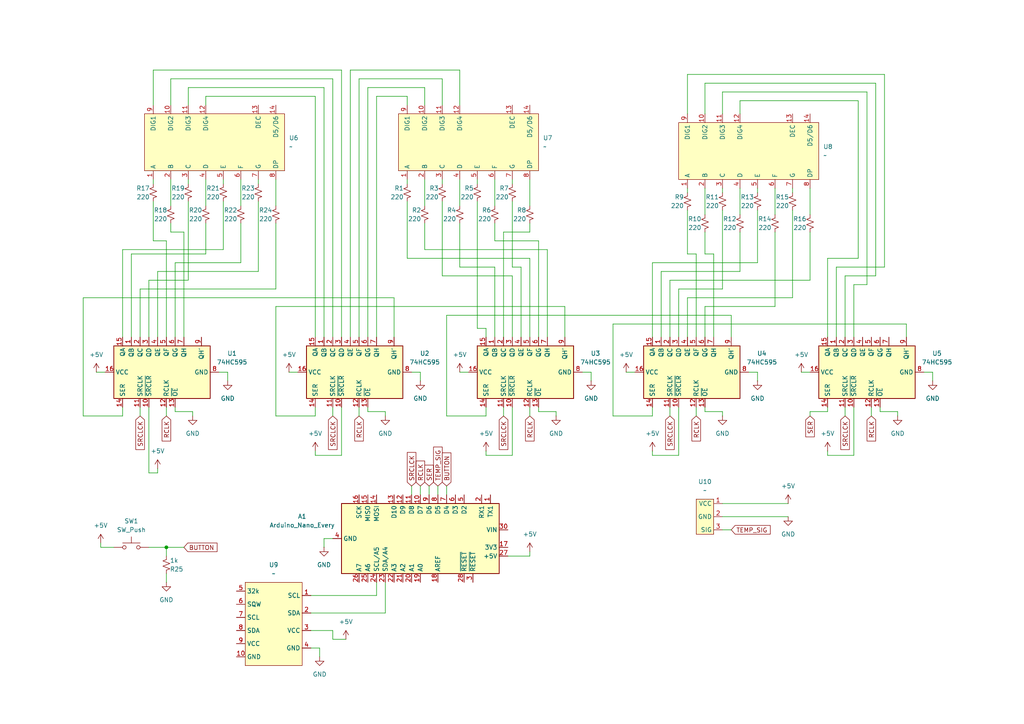
<source format=kicad_sch>
(kicad_sch (version 20250114) (generator "eeschema") (generator_version "9.0")
  (paper "A4")
  (title_block (title "Shift Register Clock + Temp Sensor") (date "2026-01-31") (rev "1") (company "Matt Schneider"))
  (lib_symbols
    (symbol "74xx:74HC595"
      (property "Reference" "U" (at -7.62 13.97 0))
      (property "Value" "74HC595" (at -7.62 -16.51 0))
      (symbol "74HC595_1_0"
        (pin input line (at -10.16 10.16 0) (length 2.54) (name "SER") (number "14"))
        (pin input line (at -10.16 5.08 0) (length 2.54) (name "SRCLK") (number "11"))
        (pin input line (at -10.16 2.54 0) (length 2.54) (name "~{SRCLR}") (number "10"))
        (pin input line (at -10.16 -2.54 0) (length 2.54) (name "RCLK") (number "12"))
        (pin input line (at -10.16 -5.08 0) (length 2.54) (name "~{OE}") (number "13"))
        (pin power_in line (at 0 15.24 270) (length 2.54) (name "VCC") (number "16"))
        (pin power_in line (at 0 -17.78 90) (length 2.54) (name "GND") (number "8"))
        (pin tri_state line (at 10.16 10.16 180) (length 2.54) (name "QA") (number "15"))
        (pin tri_state line (at 10.16 7.62 180) (length 2.54) (name "QB") (number "1"))
        (pin tri_state line (at 10.16 5.08 180) (length 2.54) (name "QC") (number "2"))
        (pin tri_state line (at 10.16 2.54 180) (length 2.54) (name "QD") (number "3"))
        (pin tri_state line (at 10.16 0 180) (length 2.54) (name "QE") (number "4"))
        (pin tri_state line (at 10.16 -2.54 180) (length 2.54) (name "QF") (number "5"))
        (pin tri_state line (at 10.16 -5.08 180) (length 2.54) (name "QG") (number "6"))
        (pin tri_state line (at 10.16 -7.62 180) (length 2.54) (name "QH") (number "7"))
        (pin output line (at 10.16 -12.7 180) (length 2.54) (name "QH'") (number "9"))
      )
      (symbol "74HC595_1_1"
        (rectangle (start -7.62 12.7) (end 7.62 -15.24) (stroke (width 0.254)) (fill (type background)))
      )
    )
    (symbol "Device:R_Small_US" (pin_numbers (hide yes)) (pin_names (offset 0.254) (hide yes))
      (property "Reference" "R" (at 0.762 0.508 0))
      (property "Value" "R_Small_US" (at 0.762 -1.016 0))
      (symbol "R_Small_US_1_1"
        (polyline (pts (xy 0 1.524) (xy 1.016 1.143) (xy 0 0.762) (xy -1.016 0.381) (xy 0 0)))
        (polyline (pts (xy 0 0) (xy 1.016 -0.381) (xy 0 -0.762) (xy -1.016 -1.143) (xy 0 -1.524)))
        (pin passive line (at 0 2.54 270) (length 1.016) (name "~") (number "1"))
        (pin passive line (at 0 -2.54 90) (length 1.016) (name "~") (number "2"))
      )
    )
    (symbol "MCU_Module:Arduino_Nano_Every"
      (property "Reference" "A" (at -10.16 23.495 0))
      (property "Value" "Arduino_Nano_Every" (at 5.08 -24.13 0))
      (symbol "Arduino_Nano_Every_0_1"
        (rectangle (start -10.16 22.86) (end 10.16 -22.86) (stroke (width 0.254)) (fill (type background)))
      )
      (symbol "Arduino_Nano_Every_1_1"
        (pin bidirectional line (at -12.7 20.32 0) (length 2.54) (name "TX1") (number "1"))
        (pin bidirectional line (at -12.7 17.78 0) (length 2.54) (name "RX1") (number "2"))
        (pin bidirectional line (at -12.7 12.7 0) (length 2.54) (name "D2") (number "5"))
        (pin bidirectional line (at -12.7 10.16 0) (length 2.54) (name "D3") (number "6"))
        (pin bidirectional line (at -12.7 7.62 0) (length 2.54) (name "D4") (number "7"))
        (pin bidirectional line (at -12.7 5.08 0) (length 2.54) (name "D5") (number "8"))
        (pin bidirectional line (at -12.7 2.54 0) (length 2.54) (name "D6") (number "9"))
        (pin bidirectional line (at -12.7 0 0) (length 2.54) (name "D7") (number "10"))
        (pin bidirectional line (at -12.7 -2.54 0) (length 2.54) (name "D8") (number "11"))
        (pin bidirectional line (at -12.7 -5.08 0) (length 2.54) (name "D9") (number "12"))
        (pin bidirectional line (at -12.7 -7.62 0) (length 2.54) (name "D10") (number "13"))
        (pin bidirectional line (at -12.7 -12.7 0) (length 2.54) (name "MOSI") (number "14"))
        (pin bidirectional line (at -12.7 -15.24 0) (length 2.54) (name "MISO") (number "15"))
        (pin bidirectional line (at -12.7 -17.78 0) (length 2.54) (name "SCK") (number "16"))
        (pin power_in line (at -2.54 25.4 270) (length 2.54) (name "VIN") (number "30"))
        (pin passive line (at 0 -25.4 90) (length 2.54) (hide yes) (name "GND") (number "29"))
        (pin power_in line (at 0 -25.4 90) (length 2.54) (name "GND") (number "4"))
        (pin power_out line (at 2.54 25.4 270) (length 2.54) (name "3V3") (number "17"))
        (pin power_out line (at 5.08 25.4 270) (length 2.54) (name "+5V") (number "27"))
        (pin input line (at 12.7 15.24 180) (length 2.54) (name "~{RESET}") (number "3"))
        (pin input line (at 12.7 12.7 180) (length 2.54) (name "~{RESET}") (number "28"))
        (pin input line (at 12.7 5.08 180) (length 2.54) (name "AREF") (number "18"))
        (pin bidirectional line (at 12.7 0 180) (length 2.54) (name "A0") (number "19"))
        (pin bidirectional line (at 12.7 -2.54 180) (length 2.54) (name "A1") (number "20"))
        (pin bidirectional line (at 12.7 -5.08 180) (length 2.54) (name "A2") (number "21"))
        (pin bidirectional line (at 12.7 -7.62 180) (length 2.54) (name "A3") (number "22"))
        (pin bidirectional line (at 12.7 -10.16 180) (length 2.54) (name "SDA/A4") (number "23"))
        (pin bidirectional line (at 12.7 -12.7 180) (length 2.54) (name "SCL/A5") (number "24"))
        (pin bidirectional line (at 12.7 -15.24 180) (length 2.54) (name "A6") (number "25"))
        (pin bidirectional line (at 12.7 -17.78 180) (length 2.54) (name "A7") (number "26"))
      )
    )
    (symbol "Switch:SW_Push" (pin_numbers (hide yes)) (pin_names (offset 1.016) (hide yes))
      (property "Reference" "SW" (at 1.27 2.54 0))
      (property "Value" "SW_Push" (at 0 -1.524 0))
      (symbol "SW_Push_0_1"
        (circle (center -2.032 0) (radius 0.508))
        (polyline (pts (xy 0 1.27) (xy 0 3.048)))
        (circle (center 2.032 0) (radius 0.508))
        (polyline (pts (xy 2.54 1.27) (xy -2.54 1.27)))
        (pin passive line (at -5.08 0 0) (length 2.54) (name "1") (number "1"))
        (pin passive line (at 5.08 0 180) (length 2.54) (name "2") (number "2"))
      )
    )
    (symbol "power:+5V" (power) (pin_numbers (hide yes)) (pin_names (offset 0) (hide yes))
      (property "Value" "+5V" (at 0 3.556 0))
      (symbol "+5V_0_1"
        (polyline (pts (xy -0.762 1.27) (xy 0 2.54)))
        (polyline (pts (xy 0 2.54) (xy 0.762 1.27)))
        (polyline (pts (xy 0 0) (xy 0 2.54)))
      )
      (symbol "+5V_1_1"
        (pin power_in line (at 0 0 90) (length 0) (name "~") (number "1"))
      )
    )
    (symbol "power:GND" (power) (pin_numbers (hide yes)) (pin_names (offset 0) (hide yes))
      (property "Value" "GND" (at 0 -3.81 0))
      (symbol "GND_0_1"
        (polyline (pts (xy 0 0) (xy 0 -1.27) (xy 1.27 -1.27) (xy 0 -2.54) (xy -1.27 -1.27) (xy 0 -1.27)))
      )
      (symbol "GND_1_1"
        (pin power_in line (at 0 0 270) (length 0) (name "~") (number "1"))
      )
    )
    (symbol "shift_register_clock:1528-1513-ND"
      (property "Reference" "U" (at 0 1.524 0))
      (symbol "1528-1513-ND_1_1"
        (rectangle (start -7.62 0) (end 8.89 -40.64) (fill (type background)))
        (pin input line (at -10.16 -2.54 0) (length 2.54) (name "D5/D6") (number "14"))
        (pin input line (at -10.16 -7.62 0) (length 2.54) (name "DEC") (number "13"))
        (pin input line (at -10.16 -22.86 0) (length 2.54) (name "DIG4") (number "12"))
        (pin input line (at -10.16 -27.94 0) (length 2.54) (name "DIG3") (number "11"))
        (pin input line (at -10.16 -33.02 0) (length 2.54) (name "DIG2") (number "10"))
        (pin input line (at -10.16 -38.1 0) (length 2.54) (name "DIG1") (number "9"))
        (pin input line (at 11.43 -2.54 180) (length 2.54) (name "DP") (number "8"))
        (pin input line (at 11.43 -7.62 180) (length 2.54) (name "G") (number "7"))
        (pin input line (at 11.43 -12.7 180) (length 2.54) (name "F") (number "6"))
        (pin input line (at 11.43 -17.78 180) (length 2.54) (name "E") (number "5"))
        (pin input line (at 11.43 -22.86 180) (length 2.54) (name "D") (number "4"))
        (pin input line (at 11.43 -27.94 180) (length 2.54) (name "C") (number "3"))
        (pin input line (at 11.43 -33.02 180) (length 2.54) (name "B") (number "2"))
        (pin input line (at 11.43 -38.1 180) (length 2.54) (name "A") (number "1"))
      )
    )
    (symbol "shift_register_clock:RTC_MODULE"
      (property "Reference" "U" (at 0 2.54 0))
      (symbol "RTC_MODULE_1_1"
        (rectangle (start -7.62 0) (end 8.89 -24.13) (fill (type background)))
        (pin input line (at -10.16 -2.54 0) (length 2.54) (name "32k") (number "5"))
        (pin input line (at -10.16 -6.35 0) (length 2.54) (name "SQW") (number "6"))
        (pin input line (at -10.16 -10.16 0) (length 2.54) (name "SCL") (number "7"))
        (pin input line (at -10.16 -13.97 0) (length 2.54) (name "SDA") (number "8"))
        (pin input line (at -10.16 -17.78 0) (length 2.54) (name "VCC") (number "9"))
        (pin input line (at -10.16 -21.59 0) (length 2.54) (name "GND") (number "10"))
        (pin input line (at 11.43 -3.81 180) (length 2.54) (name "SCL") (number "1"))
        (pin input line (at 11.43 -8.89 180) (length 2.54) (name "SDA") (number "2"))
        (pin input line (at 11.43 -13.97 180) (length 2.54) (name "VCC") (number "3"))
        (pin input line (at 11.43 -19.05 180) (length 2.54) (name "GND") (number "4"))
      )
    )
    (symbol "shift_register_clock:TEMP_SENS"
      (property "Reference" "U" (at 0 1.27 0))
      (symbol "TEMP_SENS_1_1"
        (rectangle (start -2.54 0) (end 2.54 -10.16) (fill (type background)))
        (pin input line (at 5.08 -1.27 180) (length 2.54) (name "VCC") (number "1"))
        (pin input line (at 5.08 -5.08 180) (length 2.54) (name "GND") (number "2"))
        (pin input line (at 5.08 -8.89 180) (length 2.54) (name "SIG") (number "3"))
      )
    )
  )
  (junction (at 48.26 158.75))
  (wire (pts (xy 80.01 83.82) (xy 80.01 64.77)))
  (wire (pts (xy 248.92 74.93) (xy 248.92 29.21)))
  (wire (pts (xy 234.95 54.61) (xy 234.95 62.23)))
  (wire (pts (xy 104.14 97.79) (xy 104.14 22.86)))
  (wire (pts (xy 59.69 27.94) (xy 59.69 30.48)))
  (wire (pts (xy 118.11 52.07) (xy 118.11 53.34)))
  (wire (pts (xy 54.61 58.42) (xy 54.61 81.28)))
  (wire (pts (xy 181.61 107.95) (xy 184.15 107.95)))
  (wire (pts (xy 44.45 52.07) (xy 44.45 53.34)))
  (wire (pts (xy 199.39 21.59) (xy 256.54 21.59)))
  (wire (pts (xy 245.11 97.79) (xy 245.11 80.01)))
  (wire (pts (xy 69.85 52.07) (xy 69.85 59.69)))
  (wire (pts (xy 45.72 78.74) (xy 74.93 78.74)))
  (wire (pts (xy 96.52 182.88) (xy 96.52 185.42)))
  (wire (pts (xy 121.92 107.95) (xy 121.92 110.49)))
  (wire (pts (xy 204.47 97.79) (xy 204.47 88.9)))
  (wire (pts (xy 43.18 97.79) (xy 43.18 81.28)))
  (wire (pts (xy 106.68 25.4) (xy 123.19 25.4)))
  (wire (pts (xy 124.46 140.97) (xy 124.46 143.51)))
  (wire (pts (xy 48.26 69.85) (xy 44.45 69.85)))
  (wire (pts (xy 118.11 58.42) (xy 118.11 74.93)))
  (wire (pts (xy 161.29 119.38) (xy 161.29 120.65)))
  (wire (pts (xy 224.79 54.61) (xy 224.79 62.23)))
  (wire (pts (xy 251.46 26.67) (xy 251.46 82.55)))
  (wire (pts (xy 91.44 27.94) (xy 59.69 27.94)))
  (wire (pts (xy 255.27 119.38) (xy 260.35 119.38)))
  (wire (pts (xy 101.6 97.79) (xy 101.6 20.32)))
  (wire (pts (xy 49.53 52.07) (xy 49.53 59.69)))
  (wire (pts (xy 40.64 118.11) (xy 40.64 120.65)))
  (wire (pts (xy 50.8 97.79) (xy 50.8 76.2)))
  (wire (pts (xy 109.22 27.94) (xy 118.11 27.94)))
  (wire (pts (xy 255.27 118.11) (xy 255.27 119.38)))
  (wire (pts (xy 48.26 158.75) (xy 48.26 161.29)))
  (wire (pts (xy 153.67 67.31) (xy 146.05 67.31)))
  (wire (pts (xy 240.03 132.08) (xy 240.03 130.81)))
  (wire (pts (xy 80.01 88.9) (xy 80.01 120.65)))
  (wire (pts (xy 118.11 27.94) (xy 118.11 30.48)))
  (wire (pts (xy 196.85 118.11) (xy 196.85 132.08)))
  (wire (pts (xy 247.65 82.55) (xy 247.65 97.79)))
  (wire (pts (xy 90.17 187.96) (xy 92.71 187.96)))
  (wire (pts (xy 189.23 76.2) (xy 219.71 76.2)))
  (wire (pts (xy 128.27 52.07) (xy 128.27 53.34)))
  (wire (pts (xy 24.13 120.65) (xy 35.56 120.65)))
  (wire (pts (xy 59.69 52.07) (xy 59.69 59.69)))
  (wire (pts (xy 262.89 93.98) (xy 177.8 93.98)))
  (wire (pts (xy 204.47 118.11) (xy 204.47 119.38)))
  (wire (pts (xy 64.77 52.07) (xy 64.77 53.34)))
  (wire (pts (xy 35.56 97.79) (xy 35.56 72.39)))
  (wire (pts (xy 24.13 86.36) (xy 24.13 120.65)))
  (wire (pts (xy 106.68 118.11) (xy 106.68 119.38)))
  (wire (pts (xy 48.26 166.37) (xy 48.26 168.91)))
  (wire (pts (xy 245.11 118.11) (xy 245.11 120.65)))
  (wire (pts (xy 204.47 54.61) (xy 204.47 62.23)))
  (wire (pts (xy 209.55 54.61) (xy 209.55 55.88)))
  (wire (pts (xy 260.35 119.38) (xy 260.35 120.65)))
  (wire (pts (xy 262.89 97.79) (xy 262.89 93.98)))
  (wire (pts (xy 119.38 140.97) (xy 119.38 143.51)))
  (wire (pts (xy 44.45 20.32) (xy 44.45 30.48)))
  (wire (pts (xy 133.35 20.32) (xy 133.35 30.48)))
  (wire (pts (xy 133.35 107.95) (xy 135.89 107.95)))
  (wire (pts (xy 232.41 107.95) (xy 234.95 107.95)))
  (wire (pts (xy 74.93 78.74) (xy 74.93 58.42)))
  (wire (pts (xy 240.03 97.79) (xy 240.03 74.93)))
  (wire (pts (xy 83.82 107.95) (xy 86.36 107.95)))
  (wire (pts (xy 153.67 64.77) (xy 153.67 67.31)))
  (wire (pts (xy 50.8 118.11) (xy 50.8 119.38)))
  (wire (pts (xy 191.77 97.79) (xy 191.77 78.74)))
  (wire (pts (xy 153.67 52.07) (xy 153.67 59.69)))
  (wire (pts (xy 143.51 69.85) (xy 143.51 64.77)))
  (wire (pts (xy 234.95 119.38) (xy 234.95 120.65)))
  (wire (pts (xy 148.59 52.07) (xy 148.59 53.34)))
  (wire (pts (xy 111.76 119.38) (xy 111.76 120.65)))
  (wire (pts (xy 156.21 119.38) (xy 161.29 119.38)))
  (wire (pts (xy 96.52 97.79) (xy 96.52 22.86)))
  (wire (pts (xy 158.75 72.39) (xy 158.75 97.79)))
  (wire (pts (xy 256.54 21.59) (xy 256.54 77.47)))
  (wire (pts (xy 153.67 118.11) (xy 153.67 120.65)))
  (wire (pts (xy 80.01 120.65) (xy 91.44 120.65)))
  (wire (pts (xy 189.23 97.79) (xy 189.23 76.2)))
  (wire (pts (xy 54.61 52.07) (xy 54.61 53.34)))
  (wire (pts (xy 156.21 118.11) (xy 156.21 119.38)))
  (wire (pts (xy 234.95 81.28) (xy 234.95 67.31)))
  (wire (pts (xy 69.85 76.2) (xy 69.85 64.77)))
  (wire (pts (xy 229.87 86.36) (xy 229.87 60.96)))
  (wire (pts (xy 163.83 97.79) (xy 163.83 88.9)))
  (wire (pts (xy 45.72 97.79) (xy 45.72 78.74)))
  (wire (pts (xy 91.44 97.79) (xy 91.44 27.94)))
  (wire (pts (xy 254 80.01) (xy 254 24.13)))
  (wire (pts (xy 138.43 52.07) (xy 138.43 53.34)))
  (wire (pts (xy 143.51 52.07) (xy 143.51 59.69)))
  (wire (pts (xy 49.53 67.31) (xy 49.53 64.77)))
  (wire (pts (xy 248.92 29.21) (xy 214.63 29.21)))
  (wire (pts (xy 194.31 81.28) (xy 234.95 81.28)))
  (wire (pts (xy 212.09 91.44) (xy 129.54 91.44)))
  (wire (pts (xy 219.71 54.61) (xy 219.71 55.88)))
  (wire (pts (xy 148.59 58.42) (xy 148.59 77.47)))
  (wire (pts (xy 214.63 54.61) (xy 214.63 62.23)))
  (wire (pts (xy 240.03 119.38) (xy 234.95 119.38)))
  (wire (pts (xy 207.01 97.79) (xy 207.01 73.66)))
  (wire (pts (xy 140.97 132.08) (xy 148.59 132.08)))
  (wire (pts (xy 229.87 54.61) (xy 229.87 55.88)))
  (wire (pts (xy 96.52 156.21) (xy 93.98 156.21)))
  (wire (pts (xy 109.22 97.79) (xy 109.22 27.94)))
  (wire (pts (xy 44.45 69.85) (xy 44.45 58.42)))
  (wire (pts (xy 80.01 52.07) (xy 80.01 59.69)))
  (wire (pts (xy 196.85 97.79) (xy 196.85 83.82)))
  (wire (pts (xy 38.1 73.66) (xy 59.69 73.66)))
  (wire (pts (xy 90.17 172.72) (xy 109.22 172.72)))
  (wire (pts (xy 214.63 78.74) (xy 214.63 67.31)))
  (wire (pts (xy 123.19 52.07) (xy 123.19 59.69)))
  (wire (pts (xy 123.19 72.39) (xy 158.75 72.39)))
  (wire (pts (xy 204.47 73.66) (xy 204.47 67.31)))
  (wire (pts (xy 123.19 64.77) (xy 123.19 72.39)))
  (wire (pts (xy 196.85 83.82) (xy 209.55 83.82)))
  (wire (pts (xy 93.98 156.21) (xy 93.98 158.75)))
  (wire (pts (xy 209.55 119.38) (xy 209.55 120.65)))
  (wire (pts (xy 247.65 118.11) (xy 247.65 132.08)))
  (wire (pts (xy 209.55 149.86) (xy 228.6 149.86)))
  (wire (pts (xy 43.18 137.16) (xy 45.72 137.16)))
  (wire (pts (xy 199.39 54.61) (xy 199.39 55.88)))
  (wire (pts (xy 93.98 25.4) (xy 54.61 25.4)))
  (wire (pts (xy 35.56 120.65) (xy 35.56 118.11)))
  (wire (pts (xy 201.93 73.66) (xy 199.39 73.66)))
  (wire (pts (xy 153.67 161.29) (xy 153.67 160.02)))
  (wire (pts (xy 59.69 73.66) (xy 59.69 64.77)))
  (wire (pts (xy 148.59 77.47) (xy 151.13 77.47)))
  (wire (pts (xy 90.17 182.88) (xy 96.52 182.88)))
  (wire (pts (xy 219.71 107.95) (xy 219.71 110.49)))
  (wire (pts (xy 199.39 97.79) (xy 199.39 86.36)))
  (wire (pts (xy 50.8 76.2) (xy 69.85 76.2)))
  (wire (pts (xy 119.38 107.95) (xy 121.92 107.95)))
  (wire (pts (xy 214.63 29.21) (xy 214.63 33.02)))
  (wire (pts (xy 240.03 118.11) (xy 240.03 119.38)))
  (wire (pts (xy 133.35 64.77) (xy 133.35 77.47)))
  (wire (pts (xy 148.59 97.79) (xy 148.59 80.01)))
  (wire (pts (xy 201.93 73.66) (xy 201.93 97.79)))
  (wire (pts (xy 109.22 168.91) (xy 109.22 172.72)))
  (wire (pts (xy 96.52 185.42) (xy 100.33 185.42)))
  (wire (pts (xy 93.98 97.79) (xy 93.98 25.4)))
  (wire (pts (xy 123.19 25.4) (xy 123.19 30.48)))
  (wire (pts (xy 91.44 132.08) (xy 91.44 130.81)))
  (wire (pts (xy 133.35 52.07) (xy 133.35 59.69)))
  (wire (pts (xy 91.44 120.65) (xy 91.44 118.11)))
  (wire (pts (xy 35.56 72.39) (xy 64.77 72.39)))
  (wire (pts (xy 194.31 118.11) (xy 194.31 120.65)))
  (wire (pts (xy 143.51 77.47) (xy 143.51 97.79)))
  (wire (pts (xy 217.17 107.95) (xy 219.71 107.95)))
  (wire (pts (xy 74.93 52.07) (xy 74.93 53.34)))
  (wire (pts (xy 48.26 97.79) (xy 48.26 69.85)))
  (wire (pts (xy 99.06 20.32) (xy 44.45 20.32)))
  (wire (pts (xy 55.88 119.38) (xy 55.88 120.65)))
  (wire (pts (xy 138.43 95.25) (xy 140.97 95.25)))
  (wire (pts (xy 204.47 24.13) (xy 204.47 33.02)))
  (wire (pts (xy 171.45 107.95) (xy 171.45 110.49)))
  (wire (pts (xy 252.73 120.65) (xy 252.73 118.11)))
  (wire (pts (xy 146.05 118.11) (xy 146.05 120.65)))
  (wire (pts (xy 204.47 88.9) (xy 224.79 88.9)))
  (wire (pts (xy 91.44 132.08) (xy 99.06 132.08)))
  (wire (pts (xy 177.8 93.98) (xy 177.8 120.65)))
  (wire (pts (xy 199.39 33.02) (xy 199.39 21.59)))
  (wire (pts (xy 177.8 120.65) (xy 189.23 120.65)))
  (wire (pts (xy 133.35 77.47) (xy 143.51 77.47)))
  (wire (pts (xy 99.06 118.11) (xy 99.06 132.08)))
  (wire (pts (xy 270.51 107.95) (xy 270.51 110.49)))
  (wire (pts (xy 148.59 118.11) (xy 148.59 132.08)))
  (wire (pts (xy 199.39 86.36) (xy 229.87 86.36)))
  (wire (pts (xy 201.93 118.11) (xy 201.93 120.65)))
  (wire (pts (xy 29.21 157.48) (xy 29.21 158.75)))
  (wire (pts (xy 209.55 83.82) (xy 209.55 60.96)))
  (wire (pts (xy 49.53 22.86) (xy 49.53 30.48)))
  (wire (pts (xy 101.6 20.32) (xy 133.35 20.32)))
  (wire (pts (xy 209.55 33.02) (xy 209.55 26.67)))
  (wire (pts (xy 163.83 88.9) (xy 80.01 88.9)))
  (wire (pts (xy 204.47 119.38) (xy 209.55 119.38)))
  (wire (pts (xy 156.21 69.85) (xy 143.51 69.85)))
  (wire (pts (xy 242.57 77.47) (xy 242.57 97.79)))
  (wire (pts (xy 129.54 91.44) (xy 129.54 120.65)))
  (wire (pts (xy 245.11 80.01) (xy 254 80.01)))
  (wire (pts (xy 66.04 107.95) (xy 66.04 110.49)))
  (wire (pts (xy 43.18 158.75) (xy 48.26 158.75)))
  (wire (pts (xy 194.31 97.79) (xy 194.31 81.28)))
  (wire (pts (xy 189.23 132.08) (xy 196.85 132.08)))
  (wire (pts (xy 114.3 97.79) (xy 114.3 86.36)))
  (wire (pts (xy 48.26 158.75) (xy 53.34 158.75)))
  (wire (pts (xy 106.68 97.79) (xy 106.68 25.4)))
  (wire (pts (xy 45.72 137.16) (xy 45.72 135.89)))
  (wire (pts (xy 254 24.13) (xy 204.47 24.13)))
  (wire (pts (xy 129.54 140.97) (xy 129.54 143.51)))
  (wire (pts (xy 128.27 22.86) (xy 128.27 30.48)))
  (wire (pts (xy 251.46 82.55) (xy 247.65 82.55)))
  (wire (pts (xy 212.09 97.79) (xy 212.09 91.44)))
  (wire (pts (xy 63.5 107.95) (xy 66.04 107.95)))
  (wire (pts (xy 92.71 187.96) (xy 92.71 190.5)))
  (wire (pts (xy 104.14 22.86) (xy 128.27 22.86)))
  (wire (pts (xy 209.55 146.05) (xy 228.6 146.05)))
  (wire (pts (xy 189.23 120.65) (xy 189.23 118.11)))
  (wire (pts (xy 151.13 77.47) (xy 151.13 97.79)))
  (wire (pts (xy 64.77 58.42) (xy 64.77 72.39)))
  (wire (pts (xy 224.79 88.9) (xy 224.79 67.31)))
  (wire (pts (xy 99.06 97.79) (xy 99.06 20.32)))
  (wire (pts (xy 104.14 118.11) (xy 104.14 120.65)))
  (wire (pts (xy 106.68 119.38) (xy 111.76 119.38)))
  (wire (pts (xy 128.27 80.01) (xy 128.27 58.42)))
  (wire (pts (xy 219.71 76.2) (xy 219.71 60.96)))
  (wire (pts (xy 156.21 97.79) (xy 156.21 69.85)))
  (wire (pts (xy 240.03 132.08) (xy 247.65 132.08)))
  (wire (pts (xy 96.52 118.11) (xy 96.52 120.65)))
  (wire (pts (xy 127 140.97) (xy 127 143.51)))
  (wire (pts (xy 53.34 97.79) (xy 53.34 67.31)))
  (wire (pts (xy 140.97 95.25) (xy 140.97 97.79)))
  (wire (pts (xy 153.67 74.93) (xy 153.67 97.79)))
  (wire (pts (xy 114.3 86.36) (xy 24.13 86.36)))
  (wire (pts (xy 240.03 74.93) (xy 248.92 74.93)))
  (wire (pts (xy 199.39 73.66) (xy 199.39 60.96)))
  (wire (pts (xy 53.34 67.31) (xy 49.53 67.31)))
  (wire (pts (xy 33.02 158.75) (xy 29.21 158.75)))
  (wire (pts (xy 27.94 107.95) (xy 30.48 107.95)))
  (wire (pts (xy 168.91 107.95) (xy 171.45 107.95)))
  (wire (pts (xy 191.77 78.74) (xy 214.63 78.74)))
  (wire (pts (xy 38.1 97.79) (xy 38.1 73.66)))
  (wire (pts (xy 121.92 140.97) (xy 121.92 143.51)))
  (wire (pts (xy 48.26 118.11) (xy 48.26 120.65)))
  (wire (pts (xy 267.97 107.95) (xy 270.51 107.95)))
  (wire (pts (xy 43.18 118.11) (xy 43.18 137.16)))
  (wire (pts (xy 256.54 77.47) (xy 242.57 77.47)))
  (wire (pts (xy 90.17 177.8) (xy 111.76 177.8)))
  (wire (pts (xy 140.97 120.65) (xy 140.97 118.11)))
  (wire (pts (xy 43.18 81.28) (xy 54.61 81.28)))
  (wire (pts (xy 129.54 120.65) (xy 140.97 120.65)))
  (wire (pts (xy 40.64 83.82) (xy 80.01 83.82)))
  (wire (pts (xy 138.43 58.42) (xy 138.43 95.25)))
  (wire (pts (xy 207.01 73.66) (xy 204.47 73.66)))
  (wire (pts (xy 96.52 22.86) (xy 49.53 22.86)))
  (wire (pts (xy 50.8 119.38) (xy 55.88 119.38)))
  (wire (pts (xy 189.23 132.08) (xy 189.23 130.81)))
  (wire (pts (xy 148.59 80.01) (xy 128.27 80.01)))
  (wire (pts (xy 209.55 153.67) (xy 212.09 153.67)))
  (wire (pts (xy 54.61 25.4) (xy 54.61 30.48)))
  (wire (pts (xy 118.11 74.93) (xy 153.67 74.93)))
  (wire (pts (xy 147.32 161.29) (xy 153.67 161.29)))
  (wire (pts (xy 209.55 26.67) (xy 251.46 26.67)))
  (wire (pts (xy 140.97 132.08) (xy 140.97 130.81)))
  (wire (pts (xy 146.05 67.31) (xy 146.05 97.79)))
  (wire (pts (xy 40.64 97.79) (xy 40.64 83.82)))
  (wire (pts (xy 111.76 177.8) (xy 111.76 168.91)))
  (global_label "RCLK" (shape input) (at 104.14 120.65 270) (property "Intersheetrefs" "${INTERSHEET_REFS}" (effects (hide yes))))
  (global_label "TEMP_SIG" (shape input) (at 212.09 153.67 0) (property "Intersheetrefs" "${INTERSHEET_REFS}" (effects (hide yes))))
  (global_label "SRCLCK" (shape input) (at 96.52 120.65 270) (property "Intersheetrefs" "${INTERSHEET_REFS}" (effects (hide yes))))
  (global_label "SRCLCK" (shape input) (at 245.11 120.65 270) (property "Intersheetrefs" "${INTERSHEET_REFS}" (effects (hide yes))))
  (global_label "SRCLCK" (shape input) (at 194.31 120.65 270) (property "Intersheetrefs" "${INTERSHEET_REFS}" (effects (hide yes))))
  (global_label "SRCLCK" (shape input) (at 146.05 120.65 270) (property "Intersheetrefs" "${INTERSHEET_REFS}" (effects (hide yes))))
  (global_label "BUTTON" (shape input) (at 53.34 158.75 0) (property "Intersheetrefs" "${INTERSHEET_REFS}" (effects (hide yes))))
  (global_label "TEMP_SIG" (shape input) (at 127 140.97 90) (property "Intersheetrefs" "${INTERSHEET_REFS}" (effects (hide yes))))
  (global_label "SRCLCK" (shape input) (at 40.64 120.65 270) (property "Intersheetrefs" "${INTERSHEET_REFS}" (effects (hide yes))))
  (global_label "RCLK" (shape input) (at 201.93 120.65 270) (property "Intersheetrefs" "${INTERSHEET_REFS}" (effects (hide yes))))
  (global_label "BUTTON" (shape input) (at 129.54 140.97 90) (property "Intersheetrefs" "${INTERSHEET_REFS}" (effects (hide yes))))
  (global_label "SRCLCK" (shape input) (at 119.38 140.97 90) (property "Intersheetrefs" "${INTERSHEET_REFS}" (effects (hide yes))))
  (global_label "RCLK" (shape input) (at 153.67 120.65 270) (property "Intersheetrefs" "${INTERSHEET_REFS}" (effects (hide yes))))
  (global_label "SER" (shape input) (at 234.95 120.65 270) (property "Intersheetrefs" "${INTERSHEET_REFS}" (effects (hide yes))))
  (global_label "RCLK" (shape input) (at 48.26 120.65 270) (property "Intersheetrefs" "${INTERSHEET_REFS}" (effects (hide yes))))
  (global_label "SER" (shape input) (at 124.46 140.97 90) (property "Intersheetrefs" "${INTERSHEET_REFS}" (effects (hide yes))))
  (global_label "RCLK" (shape input) (at 121.92 140.97 90) (property "Intersheetrefs" "${INTERSHEET_REFS}" (effects (hide yes))))
  (global_label "RCLK" (shape input) (at 252.73 120.65 270) (property "Intersheetrefs" "${INTERSHEET_REFS}" (effects (hide yes))))
  (symbol (lib_id "Device:R_Small_US") (at 153.67 62.23 0) (mirror y) (unit 1)
    (property "Reference" "R8" (at 152.654 60.96 0) (effects (justify left)))
    (property "Value" "220" (at 152.654 63.5 0) (effects (justify left)))
    (property "Description" "Resistor, small US symbol" (effects (hide yes)))
  )
  (symbol (lib_id "74xx:74HC595") (at 101.6 107.95 90) (unit 1)
    (property "Reference" "U2" (at 123.19 102.5046 90))
    (property "Value" "74HC595" (at 123.19 105.0446 90))
    (property "Datasheet" "http://www.ti.com/lit/ds/symlink/sn74hc595.pdf" (effects (hide yes)))
    (property "Description" "8-bit serial in/out Shift Register 3-State Outputs" (effects (hide yes)))
  )
  (symbol (lib_id "Device:R_Small_US") (at 234.95 64.77 0) (mirror y) (unit 1)
    (property "Reference" "R16" (at 233.934 63.5 0) (effects (justify left)))
    (property "Value" "220" (at 233.934 66.04 0) (effects (justify left)))
    (property "Description" "Resistor, small US symbol" (effects (hide yes)))
  )
  (symbol (lib_id "MCU_Module:Arduino_Nano_Every") (at 121.92 156.21 270) (unit 1)
    (property "Reference" "A1" (at 87.63 149.7898 90))
    (property "Value" "Arduino_Nano_Every" (at 87.63 152.3298 90))
    (property "Footprint" "Module:Arduino_Nano" (effects (hide yes)))
    (property "Datasheet" "https://content.arduino.cc/assets/NANOEveryV3.0_sch.pdf" (effects (hide yes)))
    (property "Description" "Arduino Nano Every" (effects (hide yes)))
  )
  (symbol (lib_id "power:GND") (at 228.6 149.86 0) (unit 1)
    (property "Reference" "#PWR023" (effects (hide yes)))
    (property "Value" "GND" (at 228.6 154.94 0))
    (property "Description" "Power symbol creates a global label with name \"GND\" , ground" (effects (hide yes)))
  )
  (symbol (lib_id "power:+5V") (at 189.23 130.81 0) (unit 1)
    (property "Reference" "#PWR010" (effects (hide yes)))
    (property "Value" "+5V" (at 189.23 125.73 0))
    (property "Description" "Power symbol creates a global label with name \"+5V\"" (effects (hide yes)))
  )
  (symbol (lib_id "Device:R_Small_US") (at 118.11 55.88 0) (mirror y) (unit 1)
    (property "Reference" "R1" (at 117.094 54.61 0) (effects (justify left)))
    (property "Value" "220" (at 117.094 57.15 0) (effects (justify left)))
    (property "Description" "Resistor, small US symbol" (effects (hide yes)))
  )
  (symbol (lib_id "Device:R_Small_US") (at 138.43 55.88 0) (mirror y) (unit 1)
    (property "Reference" "R5" (at 137.414 54.61 0) (effects (justify left)))
    (property "Value" "220" (at 137.414 57.15 0) (effects (justify left)))
    (property "Description" "Resistor, small US symbol" (effects (hide yes)))
  )
  (symbol (lib_id "74xx:74HC595") (at 199.39 107.95 90) (unit 1)
    (property "Reference" "U4" (at 220.98 102.5046 90))
    (property "Value" "74HC595" (at 220.98 105.0446 90))
    (property "Datasheet" "http://www.ti.com/lit/ds/symlink/sn74hc595.pdf" (effects (hide yes)))
    (property "Description" "8-bit serial in/out Shift Register 3-State Outputs" (effects (hide yes)))
  )
  (symbol (lib_id "Device:R_Small_US") (at 59.69 62.23 0) (mirror y) (unit 1)
    (property "Reference" "R20" (at 58.674 60.96 0) (effects (justify left)))
    (property "Value" "220" (at 58.674 63.5 0) (effects (justify left)))
    (property "Description" "Resistor, small US symbol" (effects (hide yes)))
  )
  (symbol (lib_id "Device:R_Small_US") (at 123.19 62.23 0) (mirror y) (unit 1)
    (property "Reference" "R2" (at 122.174 60.96 0) (effects (justify left)))
    (property "Value" "220" (at 122.174 63.5 0) (effects (justify left)))
    (property "Description" "Resistor, small US symbol" (effects (hide yes)))
  )
  (symbol (lib_id "power:GND") (at 93.98 158.75 0) (unit 1)
    (property "Reference" "#PWR025" (effects (hide yes)))
    (property "Value" "GND" (at 93.98 163.83 0))
    (property "Description" "Power symbol creates a global label with name \"GND\" , ground" (effects (hide yes)))
  )
  (symbol (lib_id "power:+5V") (at 29.21 157.48 0) (unit 1)
    (property "Reference" "#PWR028" (effects (hide yes)))
    (property "Value" "+5V" (at 29.21 152.4 0))
    (property "Description" "Power symbol creates a global label with name \"+5V\"" (effects (hide yes)))
  )
  (symbol (lib_id "power:+5V") (at 83.82 107.95 0) (unit 1)
    (property "Reference" "#PWR04" (effects (hide yes)))
    (property "Value" "+5V" (at 83.82 102.87 0))
    (property "Description" "Power symbol creates a global label with name \"+5V\"" (effects (hide yes)))
  )
  (symbol (lib_id "Device:R_Small_US") (at 133.35 62.23 0) (mirror y) (unit 1)
    (property "Reference" "R4" (at 132.334 60.96 0) (effects (justify left)))
    (property "Value" "220" (at 132.334 63.5 0) (effects (justify left)))
    (property "Description" "Resistor, small US symbol" (effects (hide yes)))
  )
  (symbol (lib_id "74xx:74HC595") (at 250.19 107.95 90) (unit 1)
    (property "Reference" "U5" (at 271.78 102.5046 90))
    (property "Value" "74HC595" (at 271.78 105.0446 90))
    (property "Datasheet" "http://www.ti.com/lit/ds/symlink/sn74hc595.pdf" (effects (hide yes)))
    (property "Description" "8-bit serial in/out Shift Register 3-State Outputs" (effects (hide yes)))
  )
  (symbol (lib_id "Device:R_Small_US") (at 148.59 55.88 0) (mirror y) (unit 1)
    (property "Reference" "R7" (at 147.574 54.61 0) (effects (justify left)))
    (property "Value" "220" (at 147.574 57.15 0) (effects (justify left)))
    (property "Description" "Resistor, small US symbol" (effects (hide yes)))
  )
  (symbol (lib_id "power:GND") (at 111.76 120.65 0) (unit 1)
    (property "Reference" "#PWR015" (effects (hide yes)))
    (property "Value" "GND" (at 111.76 125.73 0))
    (property "Description" "Power symbol creates a global label with name \"GND\" , ground" (effects (hide yes)))
  )
  (symbol (lib_id "power:+5V") (at 228.6 146.05 0) (unit 1)
    (property "Reference" "#PWR022" (effects (hide yes)))
    (property "Value" "+5V" (at 228.6 140.97 0))
    (property "Description" "Power symbol creates a global label with name \"+5V\"" (effects (hide yes)))
  )
  (symbol (lib_id "Device:R_Small_US") (at 44.45 55.88 0) (mirror y) (unit 1)
    (property "Reference" "R17" (at 43.434 54.61 0) (effects (justify left)))
    (property "Value" "220" (at 43.434 57.15 0) (effects (justify left)))
    (property "Description" "Resistor, small US symbol" (effects (hide yes)))
  )
  (symbol (lib_id "power:+5V") (at 91.44 130.81 0) (unit 1)
    (property "Reference" "#PWR08" (effects (hide yes)))
    (property "Value" "+5V" (at 91.44 125.73 0))
    (property "Description" "Power symbol creates a global label with name \"+5V\"" (effects (hide yes)))
  )
  (symbol (lib_id "power:GND") (at 55.88 120.65 0) (unit 1)
    (property "Reference" "#PWR016" (effects (hide yes)))
    (property "Value" "GND" (at 55.88 125.73 0))
    (property "Description" "Power symbol creates a global label with name \"GND\" , ground" (effects (hide yes)))
  )
  (symbol (lib_id "power:+5V") (at 45.72 135.89 0) (unit 1)
    (property "Reference" "#PWR07" (effects (hide yes)))
    (property "Value" "+5V" (at 45.72 130.81 0))
    (property "Description" "Power symbol creates a global label with name \"+5V\"" (effects (hide yes)))
  )
  (symbol (lib_id "Device:R_Small_US") (at 64.77 55.88 0) (mirror y) (unit 1)
    (property "Reference" "R21" (at 63.754 54.61 0) (effects (justify left)))
    (property "Value" "220" (at 63.754 57.15 0) (effects (justify left)))
    (property "Description" "Resistor, small US symbol" (effects (hide yes)))
  )
  (symbol (lib_id "shift_register_clock:1528-1513-ND") (at 156.21 40.64 270) (unit 1)
    (property "Reference" "U7" (at 157.48 40.0049 90) (effects (justify left)))
    (property "Value" "~" (at 157.48 42.5449 90) (effects (justify left)))
  )
  (symbol (lib_id "power:GND") (at 66.04 110.49 0) (unit 1)
    (property "Reference" "#PWR017" (effects (hide yes)))
    (property "Value" "GND" (at 66.04 115.57 0))
    (property "Description" "Power symbol creates a global label with name \"GND\" , ground" (effects (hide yes)))
  )
  (symbol (lib_id "power:+5V") (at 232.41 107.95 0) (unit 1)
    (property "Reference" "#PWR06" (effects (hide yes)))
    (property "Value" "+5V" (at 232.41 102.87 0))
    (property "Description" "Power symbol creates a global label with name \"+5V\"" (effects (hide yes)))
  )
  (symbol (lib_id "power:+5V") (at 140.97 130.81 0) (unit 1)
    (property "Reference" "#PWR09" (effects (hide yes)))
    (property "Value" "+5V" (at 140.97 125.73 0))
    (property "Description" "Power symbol creates a global label with name \"+5V\"" (effects (hide yes)))
  )
  (symbol (lib_id "Device:R_Small_US") (at 209.55 58.42 0) (mirror y) (unit 1)
    (property "Reference" "R11" (at 208.534 57.15 0) (effects (justify left)))
    (property "Value" "220" (at 208.534 59.69 0) (effects (justify left)))
    (property "Description" "Resistor, small US symbol" (effects (hide yes)))
  )
  (symbol (lib_id "power:GND") (at 209.55 120.65 0) (unit 1)
    (property "Reference" "#PWR013" (effects (hide yes)))
    (property "Value" "GND" (at 209.55 125.73 0))
    (property "Description" "Power symbol creates a global label with name \"GND\" , ground" (effects (hide yes)))
  )
  (symbol (lib_id "Device:R_Small_US") (at 48.26 163.83 0) (mirror x) (unit 1)
    (property "Reference" "R25" (at 49.276 165.1 0) (effects (justify left)))
    (property "Value" "1k" (at 49.276 162.56 0) (effects (justify left)))
    (property "Description" "Resistor, small US symbol" (effects (hide yes)))
  )
  (symbol (lib_id "power:GND") (at 270.51 110.49 0) (unit 1)
    (property "Reference" "#PWR021" (effects (hide yes)))
    (property "Value" "GND" (at 270.51 115.57 0))
    (property "Description" "Power symbol creates a global label with name \"GND\" , ground" (effects (hide yes)))
  )
  (symbol (lib_id "Device:R_Small_US") (at 204.47 64.77 0) (mirror y) (unit 1)
    (property "Reference" "R10" (at 203.454 63.5 0) (effects (justify left)))
    (property "Value" "220" (at 203.454 66.04 0) (effects (justify left)))
    (property "Description" "Resistor, small US symbol" (effects (hide yes)))
  )
  (symbol (lib_id "power:GND") (at 121.92 110.49 0) (unit 1)
    (property "Reference" "#PWR018" (effects (hide yes)))
    (property "Value" "GND" (at 121.92 115.57 0))
    (property "Description" "Power symbol creates a global label with name \"GND\" , ground" (effects (hide yes)))
  )
  (symbol (lib_id "Device:R_Small_US") (at 80.01 62.23 0) (mirror y) (unit 1)
    (property "Reference" "R24" (at 78.994 60.96 0) (effects (justify left)))
    (property "Value" "220" (at 78.994 63.5 0) (effects (justify left)))
    (property "Description" "Resistor, small US symbol" (effects (hide yes)))
  )
  (symbol (lib_id "Device:R_Small_US") (at 54.61 55.88 0) (mirror y) (unit 1)
    (property "Reference" "R19" (at 53.594 54.61 0) (effects (justify left)))
    (property "Value" "220" (at 53.594 57.15 0) (effects (justify left)))
    (property "Description" "Resistor, small US symbol" (effects (hide yes)))
  )
  (symbol (lib_id "shift_register_clock:TEMP_SENS") (at 204.47 144.78 0) (unit 1)
    (property "Reference" "U10" (at 204.47 139.7 0))
    (property "Value" "~" (at 204.47 142.24 0))
  )
  (symbol (lib_id "power:+5V") (at 240.03 130.81 0) (unit 1)
    (property "Reference" "#PWR011" (effects (hide yes)))
    (property "Value" "+5V" (at 240.03 125.73 0))
    (property "Description" "Power symbol creates a global label with name \"+5V\"" (effects (hide yes)))
  )
  (symbol (lib_id "power:GND") (at 48.26 168.91 0) (unit 1)
    (property "Reference" "#PWR027" (effects (hide yes)))
    (property "Value" "GND" (at 48.26 173.99 0))
    (property "Description" "Power symbol creates a global label with name \"GND\" , ground" (effects (hide yes)))
  )
  (symbol (lib_id "power:+5V") (at 153.67 160.02 0) (unit 1)
    (property "Reference" "#PWR01" (effects (hide yes)))
    (property "Value" "+5V" (at 153.67 154.94 0))
    (property "Description" "Power symbol creates a global label with name \"+5V\"" (effects (hide yes)))
  )
  (symbol (lib_id "power:GND") (at 161.29 120.65 0) (unit 1)
    (property "Reference" "#PWR014" (effects (hide yes)))
    (property "Value" "GND" (at 161.29 125.73 0))
    (property "Description" "Power symbol creates a global label with name \"GND\" , ground" (effects (hide yes)))
  )
  (symbol (lib_id "shift_register_clock:RTC_MODULE") (at 78.74 168.91 0) (unit 1)
    (property "Reference" "U9" (at 79.375 163.83 0))
    (property "Value" "~" (at 79.375 166.37 0))
  )
  (symbol (lib_id "Device:R_Small_US") (at 219.71 58.42 0) (mirror y) (unit 1)
    (property "Reference" "R13" (at 218.694 57.15 0) (effects (justify left)))
    (property "Value" "220" (at 218.694 59.69 0) (effects (justify left)))
    (property "Description" "Resistor, small US symbol" (effects (hide yes)))
  )
  (symbol (lib_id "Device:R_Small_US") (at 214.63 64.77 0) (mirror y) (unit 1)
    (property "Reference" "R12" (at 213.614 63.5 0) (effects (justify left)))
    (property "Value" "220" (at 213.614 66.04 0) (effects (justify left)))
    (property "Description" "Resistor, small US symbol" (effects (hide yes)))
  )
  (symbol (lib_id "Device:R_Small_US") (at 143.51 62.23 0) (mirror y) (unit 1)
    (property "Reference" "R6" (at 142.494 60.96 0) (effects (justify left)))
    (property "Value" "220" (at 142.494 63.5 0) (effects (justify left)))
    (property "Description" "Resistor, small US symbol" (effects (hide yes)))
  )
  (symbol (lib_id "Device:R_Small_US") (at 229.87 58.42 0) (mirror y) (unit 1)
    (property "Reference" "R15" (at 228.854 57.15 0) (effects (justify left)))
    (property "Value" "220" (at 228.854 59.69 0) (effects (justify left)))
    (property "Description" "Resistor, small US symbol" (effects (hide yes)))
  )
  (symbol (lib_id "Device:R_Small_US") (at 199.39 58.42 0) (mirror y) (unit 1)
    (property "Reference" "R9" (at 198.374 57.15 0) (effects (justify left)))
    (property "Value" "220" (at 198.374 59.69 0) (effects (justify left)))
    (property "Description" "Resistor, small US symbol" (effects (hide yes)))
  )
  (symbol (lib_id "Device:R_Small_US") (at 74.93 55.88 0) (mirror y) (unit 1)
    (property "Reference" "R23" (at 73.914 54.61 0) (effects (justify left)))
    (property "Value" "220" (at 73.914 57.15 0) (effects (justify left)))
    (property "Description" "Resistor, small US symbol" (effects (hide yes)))
  )
  (symbol (lib_id "power:GND") (at 219.71 110.49 0) (unit 1)
    (property "Reference" "#PWR020" (effects (hide yes)))
    (property "Value" "GND" (at 219.71 115.57 0))
    (property "Description" "Power symbol creates a global label with name \"GND\" , ground" (effects (hide yes)))
  )
  (symbol (lib_id "Device:R_Small_US") (at 224.79 64.77 0) (mirror y) (unit 1)
    (property "Reference" "R14" (at 223.774 63.5 0) (effects (justify left)))
    (property "Value" "220" (at 223.774 66.04 0) (effects (justify left)))
    (property "Description" "Resistor, small US symbol" (effects (hide yes)))
  )
  (symbol (lib_id "power:GND") (at 171.45 110.49 0) (unit 1)
    (property "Reference" "#PWR019" (effects (hide yes)))
    (property "Value" "GND" (at 171.45 115.57 0))
    (property "Description" "Power symbol creates a global label with name \"GND\" , ground" (effects (hide yes)))
  )
  (symbol (lib_id "power:+5V") (at 133.35 107.95 0) (unit 1)
    (property "Reference" "#PWR03" (effects (hide yes)))
    (property "Value" "+5V" (at 133.35 102.87 0))
    (property "Description" "Power symbol creates a global label with name \"+5V\"" (effects (hide yes)))
  )
  (symbol (lib_id "Device:R_Small_US") (at 69.85 62.23 0) (mirror y) (unit 1)
    (property "Reference" "R22" (at 68.834 60.96 0) (effects (justify left)))
    (property "Value" "220" (at 68.834 63.5 0) (effects (justify left)))
    (property "Description" "Resistor, small US symbol" (effects (hide yes)))
  )
  (symbol (lib_id "74xx:74HC595") (at 45.72 107.95 90) (unit 1)
    (property "Reference" "U1" (at 67.31 102.5046 90))
    (property "Value" "74HC595" (at 67.31 105.0446 90))
    (property "Datasheet" "http://www.ti.com/lit/ds/symlink/sn74hc595.pdf" (effects (hide yes)))
    (property "Description" "8-bit serial in/out Shift Register 3-State Outputs" (effects (hide yes)))
  )
  (symbol (lib_id "power:GND") (at 92.71 190.5 0) (unit 1)
    (property "Reference" "#PWR026" (effects (hide yes)))
    (property "Value" "GND" (at 92.71 195.58 0))
    (property "Description" "Power symbol creates a global label with name \"GND\" , ground" (effects (hide yes)))
  )
  (symbol (lib_id "Device:R_Small_US") (at 49.53 62.23 0) (mirror y) (unit 1)
    (property "Reference" "R18" (at 48.514 60.96 0) (effects (justify left)))
    (property "Value" "220" (at 48.514 63.5 0) (effects (justify left)))
    (property "Description" "Resistor, small US symbol" (effects (hide yes)))
  )
  (symbol (lib_id "power:+5V") (at 27.94 107.95 0) (unit 1)
    (property "Reference" "#PWR05" (effects (hide yes)))
    (property "Value" "+5V" (at 27.94 102.87 0))
    (property "Description" "Power symbol creates a global label with name \"+5V\"" (effects (hide yes)))
  )
  (symbol (lib_id "Device:R_Small_US") (at 128.27 55.88 0) (mirror y) (unit 1)
    (property "Reference" "R3" (at 127.254 54.61 0) (effects (justify left)))
    (property "Value" "220" (at 127.254 57.15 0) (effects (justify left)))
    (property "Description" "Resistor, small US symbol" (effects (hide yes)))
  )
  (symbol (lib_id "Switch:SW_Push") (at 38.1 158.75 0) (unit 1)
    (property "Reference" "SW1" (at 38.1 151.13 0))
    (property "Value" "SW_Push" (at 38.1 153.67 0))
    (property "Description" "Push button switch, generic, two pins" (effects (hide yes)))
  )
  (symbol (lib_id "power:+5V") (at 181.61 107.95 0) (unit 1)
    (property "Reference" "#PWR02" (effects (hide yes)))
    (property "Value" "+5V" (at 181.61 102.87 0))
    (property "Description" "Power symbol creates a global label with name \"+5V\"" (effects (hide yes)))
  )
  (symbol (lib_id "shift_register_clock:1528-1513-ND") (at 237.49 43.18 270) (unit 1)
    (property "Reference" "U8" (at 238.76 42.5449 90) (effects (justify left)))
    (property "Value" "~" (at 238.76 45.0849 90) (effects (justify left)))
  )
  (symbol (lib_id "power:+5V") (at 100.33 185.42 0) (unit 1)
    (property "Reference" "#PWR024" (effects (hide yes)))
    (property "Value" "+5V" (at 100.33 180.34 0))
    (property "Description" "Power symbol creates a global label with name \"+5V\"" (effects (hide yes)))
  )
  (symbol (lib_id "shift_register_clock:1528-1513-ND") (at 82.55 40.64 270) (unit 1)
    (property "Reference" "U6" (at 83.82 40.0049 90) (effects (justify left)))
    (property "Value" "~" (at 83.82 42.5449 90) (effects (justify left)))
  )
  (symbol (lib_id "74xx:74HC595") (at 151.13 107.95 90) (unit 1)
    (property "Reference" "U3" (at 172.72 102.5046 90))
    (property "Value" "74HC595" (at 172.72 105.0446 90))
    (property "Datasheet" "http://www.ti.com/lit/ds/symlink/sn74hc595.pdf" (effects (hide yes)))
    (property "Description" "8-bit serial in/out Shift Register 3-State Outputs" (effects (hide yes)))
  )
  (symbol (lib_id "power:GND") (at 260.35 120.65 0) (unit 1)
    (property "Reference" "#PWR012" (effects (hide yes)))
    (property "Value" "GND" (at 260.35 125.73 0))
    (property "Description" "Power symbol creates a global label with name \"GND\" , ground" (effects (hide yes)))
  )
)
</source>
